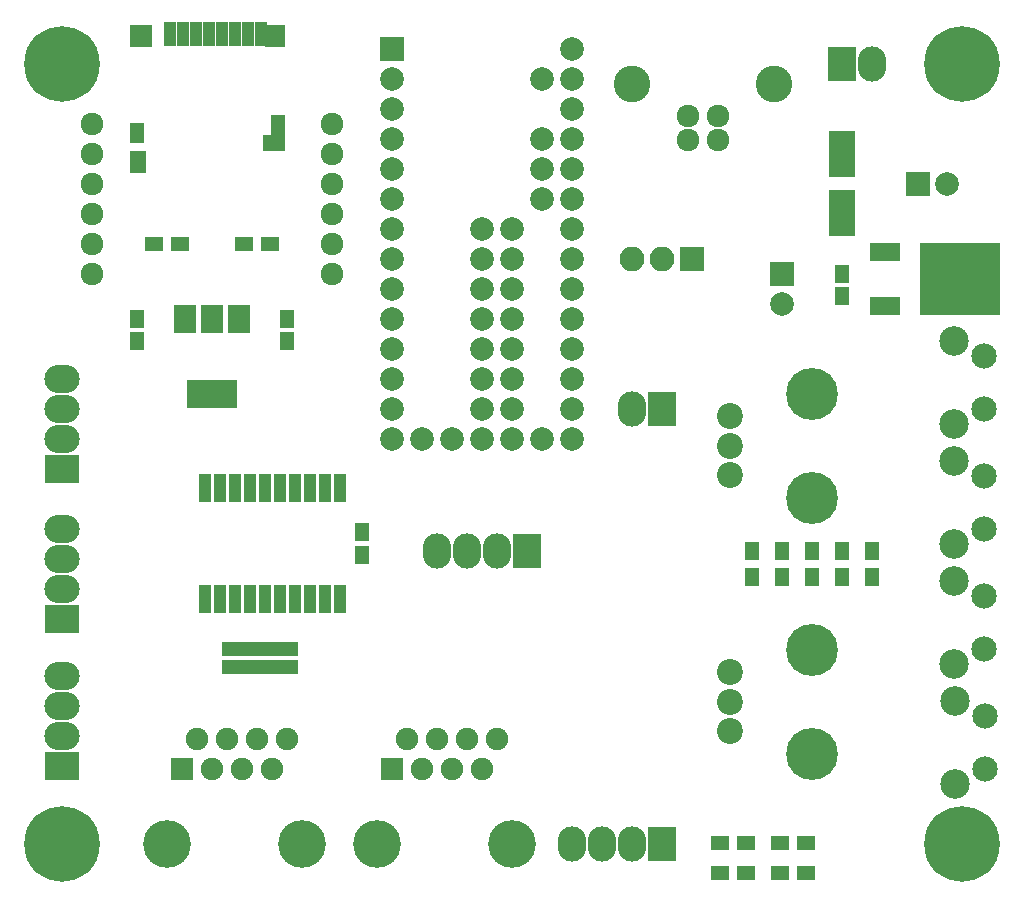
<source format=gbr>
G04 #@! TF.FileFunction,Soldermask,Top*
%FSLAX46Y46*%
G04 Gerber Fmt 4.6, Leading zero omitted, Abs format (unit mm)*
G04 Created by KiCad (PCBNEW 4.0.7-e2-6376~58~ubuntu16.04.1) date Tue May  1 20:05:14 2018*
%MOMM*%
%LPD*%
G01*
G04 APERTURE LIST*
%ADD10C,0.100000*%
%ADD11R,2.000000X2.000000*%
%ADD12C,2.000000*%
%ADD13R,1.150000X1.600000*%
%ADD14R,2.200000X3.900000*%
%ADD15R,1.600000X1.300000*%
%ADD16R,2.400000X3.000000*%
%ADD17O,2.400000X3.000000*%
%ADD18C,1.920000*%
%ADD19C,3.100000*%
%ADD20R,2.100000X2.100000*%
%ADD21O,2.100000X2.100000*%
%ADD22R,1.100000X2.150000*%
%ADD23R,1.700000X1.900000*%
%ADD24R,1.900000X1.900000*%
%ADD25R,1.200000X1.900000*%
%ADD26R,1.850000X1.400000*%
%ADD27R,1.400000X1.950000*%
%ADD28R,1.200000X1.800000*%
%ADD29R,3.000000X2.400000*%
%ADD30O,3.000000X2.400000*%
%ADD31C,6.400000*%
%ADD32R,1.300000X1.600000*%
%ADD33R,0.830000X1.160000*%
%ADD34R,2.600000X1.600000*%
%ADD35R,6.800000X6.200000*%
%ADD36R,4.200000X2.400000*%
%ADD37R,1.900000X2.400000*%
%ADD38C,1.924000*%
%ADD39C,2.500000*%
%ADD40C,2.150000*%
%ADD41C,4.050000*%
%ADD42C,1.900000*%
%ADD43R,1.000000X2.350000*%
%ADD44C,2.200000*%
%ADD45C,4.400000*%
G04 APERTURE END LIST*
D10*
D11*
X176570000Y-48260000D03*
D12*
X179070000Y-48260000D03*
D11*
X165100000Y-55920000D03*
D12*
X165100000Y-58420000D03*
D13*
X170180000Y-55880000D03*
X170180000Y-57780000D03*
X129540000Y-77790000D03*
X129540000Y-79690000D03*
X123190000Y-59690000D03*
X123190000Y-61590000D03*
X110490000Y-59695000D03*
X110490000Y-61595000D03*
D14*
X170180000Y-50760000D03*
X170180000Y-45760000D03*
D15*
X164882000Y-106581000D03*
X167082000Y-106581000D03*
X164882000Y-104041000D03*
X167082000Y-104041000D03*
D16*
X170180000Y-38100000D03*
D17*
X172720000Y-38100000D03*
D18*
X159670000Y-44545000D03*
X157130000Y-44545000D03*
X157130000Y-42545000D03*
X159670000Y-42545000D03*
D19*
X164400000Y-39845000D03*
X152400000Y-39845000D03*
D16*
X154940000Y-67310000D03*
D17*
X152400000Y-67310000D03*
D20*
X157480000Y-54610000D03*
D21*
X154940000Y-54610000D03*
X152400000Y-54610000D03*
D22*
X113290000Y-35608300D03*
X114390000Y-35608300D03*
X115490000Y-35608300D03*
X116590000Y-35608300D03*
X117690000Y-35608300D03*
X118790000Y-35608300D03*
X119890000Y-35608300D03*
X120990000Y-35608300D03*
D23*
X122190000Y-35733300D03*
D24*
X110840000Y-35733300D03*
D25*
X122440000Y-43333300D03*
D26*
X122115000Y-44833300D03*
D27*
X110590000Y-46408300D03*
D28*
X110490000Y-43983300D03*
D16*
X154940000Y-104140000D03*
D17*
X152400000Y-104140000D03*
X149860000Y-104140000D03*
X147320000Y-104140000D03*
D16*
X143510000Y-79375000D03*
D17*
X140970000Y-79375000D03*
X138430000Y-79375000D03*
X135890000Y-79375000D03*
D29*
X104140000Y-85090000D03*
D30*
X104140000Y-82550000D03*
X104140000Y-80010000D03*
X104140000Y-77470000D03*
D29*
X104140000Y-72390000D03*
D30*
X104140000Y-69850000D03*
X104140000Y-67310000D03*
X104140000Y-64770000D03*
D31*
X180340000Y-104140000D03*
X104140000Y-38100000D03*
X104140000Y-104140000D03*
X180340000Y-38100000D03*
D15*
X162002000Y-106581000D03*
X159802000Y-106581000D03*
X159802000Y-104041000D03*
X162002000Y-104041000D03*
X114130000Y-53333300D03*
X111930000Y-53333300D03*
X121750000Y-53333300D03*
X119550000Y-53333300D03*
D32*
X162560000Y-81575000D03*
X162560000Y-79375000D03*
X165100000Y-81575000D03*
X165100000Y-79375000D03*
X167640000Y-81575000D03*
X167640000Y-79375000D03*
X172720000Y-81575000D03*
X172720000Y-79375000D03*
D33*
X121260000Y-87630000D03*
X121260000Y-89150000D03*
X120460000Y-87630000D03*
X120460000Y-89150000D03*
X122060000Y-87630000D03*
X119660000Y-87630000D03*
X119660000Y-89150000D03*
X122060000Y-89150000D03*
X118860000Y-87630000D03*
X118060000Y-87630000D03*
X123660000Y-87630000D03*
X122860000Y-87630000D03*
X122860000Y-89150000D03*
X123660000Y-89150000D03*
X118060000Y-89150000D03*
X118860000Y-89150000D03*
D34*
X173816000Y-54015200D03*
X173816000Y-58575200D03*
D35*
X180116000Y-56295200D03*
D36*
X116840000Y-66040000D03*
D37*
X116840000Y-59740000D03*
X114540000Y-59740000D03*
X119140000Y-59740000D03*
D38*
X106680000Y-43180000D03*
X106680000Y-45720000D03*
X106680000Y-48260000D03*
X106680000Y-50800000D03*
X106680000Y-53340000D03*
X106680000Y-55880000D03*
X127000000Y-55880000D03*
X127000000Y-53340000D03*
X127000000Y-50800000D03*
X127000000Y-48260000D03*
X127000000Y-45720000D03*
X127000000Y-43180000D03*
D12*
X139700000Y-69850000D03*
X142240000Y-69850000D03*
X144780000Y-69850000D03*
X147320000Y-69850000D03*
X137160000Y-69850000D03*
X134620000Y-69850000D03*
X132080000Y-69850000D03*
X147320000Y-67310000D03*
X147320000Y-64770000D03*
X147320000Y-62230000D03*
X147320000Y-59690000D03*
X147320000Y-57150000D03*
X147320000Y-54610000D03*
X147320000Y-52070000D03*
X147320000Y-49530000D03*
X147320000Y-46990000D03*
X147320000Y-44450000D03*
X147320000Y-41910000D03*
X147320000Y-39370000D03*
X147320000Y-36830000D03*
X144780000Y-39370000D03*
X144780000Y-44450000D03*
X144780000Y-46990000D03*
X144780000Y-49530000D03*
X132080000Y-67310000D03*
X132080000Y-64770000D03*
X132080000Y-62230000D03*
X132080000Y-59690000D03*
X132080000Y-57150000D03*
X132080000Y-54610000D03*
X132080000Y-52070000D03*
X132080000Y-49530000D03*
X132080000Y-46990000D03*
X132080000Y-44450000D03*
X132080000Y-41910000D03*
X132080000Y-39370000D03*
D11*
X132080000Y-36830000D03*
D12*
X139700000Y-52070000D03*
X139700000Y-54610000D03*
X139700000Y-57150000D03*
X139700000Y-59690000D03*
X139700000Y-62230000D03*
X139700000Y-64770000D03*
X139700000Y-67310000D03*
X142240000Y-67310000D03*
X142240000Y-64770000D03*
X142240000Y-62230000D03*
X142240000Y-59690000D03*
X142240000Y-57150000D03*
X142240000Y-54610000D03*
X142240000Y-52070000D03*
D39*
X179655000Y-68590000D03*
D40*
X182145000Y-67330000D03*
X182145000Y-62830000D03*
D39*
X179655000Y-61580000D03*
X179655000Y-78750000D03*
D40*
X182145000Y-77490000D03*
X182145000Y-72990000D03*
D39*
X179655000Y-71740000D03*
X179655000Y-88910000D03*
D40*
X182145000Y-87650000D03*
X182145000Y-83150000D03*
D39*
X179655000Y-81900000D03*
D41*
X142240000Y-104140000D03*
X130810000Y-104140000D03*
D24*
X132080000Y-97790000D03*
D42*
X133350000Y-95250000D03*
X134620000Y-97790000D03*
X135890000Y-95250000D03*
X137160000Y-97790000D03*
X138430000Y-95250000D03*
X139700000Y-97790000D03*
X140970000Y-95250000D03*
D41*
X124460000Y-104140000D03*
X113030000Y-104140000D03*
D24*
X114300000Y-97790000D03*
D42*
X115570000Y-95250000D03*
X116840000Y-97790000D03*
X118110000Y-95250000D03*
X119380000Y-97790000D03*
X120650000Y-95250000D03*
X121920000Y-97790000D03*
X123190000Y-95250000D03*
D29*
X104140000Y-97540200D03*
D30*
X104140000Y-95000200D03*
X104140000Y-92460200D03*
X104140000Y-89920200D03*
D43*
X127635000Y-74040000D03*
X126365000Y-74040000D03*
X125095000Y-74040000D03*
X123825000Y-74040000D03*
X122555000Y-74040000D03*
X121285000Y-74040000D03*
X120015000Y-74040000D03*
X118745000Y-74040000D03*
X117475000Y-74040000D03*
X116205000Y-74040000D03*
X116205000Y-83440000D03*
X117475000Y-83440000D03*
X118745000Y-83440000D03*
X120015000Y-83440000D03*
X121285000Y-83440000D03*
X122555000Y-83440000D03*
X123825000Y-83440000D03*
X125095000Y-83440000D03*
X126365000Y-83440000D03*
X127635000Y-83440000D03*
D32*
X170180000Y-81575000D03*
X170180000Y-79375000D03*
D39*
X179755000Y-99050000D03*
D40*
X182245000Y-97790000D03*
X182245000Y-93290000D03*
D39*
X179755000Y-92040000D03*
D44*
X160640000Y-67940000D03*
X160640000Y-70440000D03*
X160640000Y-72940000D03*
D45*
X167640000Y-66040000D03*
X167640000Y-74840000D03*
D44*
X160640000Y-89620000D03*
X160640000Y-92120000D03*
X160640000Y-94620000D03*
D45*
X167640000Y-87720000D03*
X167640000Y-96520000D03*
M02*

</source>
